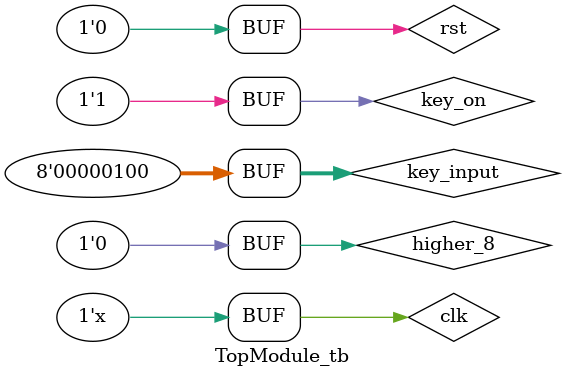
<source format=v>
`timescale 1ns / 1ps

module TopModule_tb;

// Inputs
reg clk;
reg rst;
reg [7:0] key_input;
reg higher_8;
reg key_on;

// Outputs
wire [7:0] led_output;
wire buzzer_output;
wire [6:0] segment_output;
wire [2:0] digit_select_output;

// Instantiate the Unit Under Test (UUT)
TopModule uut (
    .clk(clk), 
    .rst(rst), 
    .key_input(key_input), 
    .higher_8(higher_8), 
    .key_on(key_on), 
    .led_output(led_output), 
    .buzzer_output(buzzer_output),
    .segment_output(segment_output),
    .digit_select_output(digit_select_output)
);

initial begin
    // Initialize Inputs
    clk = 0;
    rst = 1;
    key_input = 0;
    higher_8 = 0;
    key_on = 1;

    // Wait 100 ns for global reset to finish
    #100;
    rst = 0;

    // Test Case 1: Press a key
    key_input = 8'b00000001; // Simulate pressing the first key
    key_on = 1;
    #20;
    key_on = 1;
    #100;

    // Test Case 2: Press a different key
    key_input = 8'b00000010; // Simulate pressing the second key
    key_on = 1;
    #20;
    key_on = 1;
    #100;

    // Test Case 3: Simulate higher octave
    higher_8 = 1; // Activate higher octave
    key_input = 8'b00000100; // Simulate pressing the third key
    key_on = 1;
    #20;
    key_on = 1;
    higher_8 = 0; // Deactivate higher octave
    #100;

    // Test Case 4: Reset the system
    rst = 1; // Activate reset
    #20;
    rst = 0; // Deactivate reset
    #100;

    // Add more test cases as needed

end

always #0.001 clk = ~clk; // Generate clock signal with period 20 ns

endmodule

</source>
